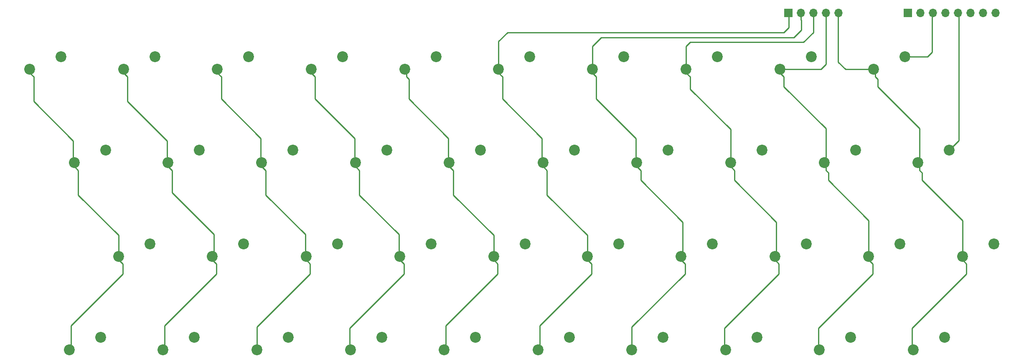
<source format=gbr>
%TF.GenerationSoftware,KiCad,Pcbnew,6.0.6-3a73a75311~116~ubuntu20.04.1*%
%TF.CreationDate,2022-07-11T16:37:52-07:00*%
%TF.ProjectId,zx81-kbd,7a783831-2d6b-4626-942e-6b696361645f,rev?*%
%TF.SameCoordinates,Original*%
%TF.FileFunction,Copper,L2,Bot*%
%TF.FilePolarity,Positive*%
%FSLAX46Y46*%
G04 Gerber Fmt 4.6, Leading zero omitted, Abs format (unit mm)*
G04 Created by KiCad (PCBNEW 6.0.6-3a73a75311~116~ubuntu20.04.1) date 2022-07-11 16:37:52*
%MOMM*%
%LPD*%
G01*
G04 APERTURE LIST*
%TA.AperFunction,ComponentPad*%
%ADD10C,2.200000*%
%TD*%
%TA.AperFunction,ComponentPad*%
%ADD11R,1.700000X1.700000*%
%TD*%
%TA.AperFunction,ComponentPad*%
%ADD12O,1.700000X1.700000*%
%TD*%
%TA.AperFunction,Conductor*%
%ADD13C,0.250000*%
%TD*%
G04 APERTURE END LIST*
D10*
%TO.P,SW8,1,1*%
%TO.N,/KA12*%
X194540000Y-44920000D03*
%TO.P,SW8,2,2*%
%TO.N,/KD1*%
X188190000Y-47460000D03*
%TD*%
%TO.P,SW12,1,1*%
%TO.N,/KA10*%
X89540000Y-63920000D03*
%TO.P,SW12,2,2*%
%TO.N,/KD2*%
X83190000Y-66460000D03*
%TD*%
%TO.P,SW36,1,1*%
%TO.N,/KA15*%
X164540000Y-101920000D03*
%TO.P,SW36,2,2*%
%TO.N,/KD3*%
X158190000Y-104460000D03*
%TD*%
%TO.P,SW22,1,1*%
%TO.N,/KA9*%
X98540000Y-82920000D03*
%TO.P,SW22,2,2*%
%TO.N,/KD2*%
X92190000Y-85460000D03*
%TD*%
%TO.P,SW24,1,1*%
%TO.N,/KA9*%
X136540000Y-82920000D03*
%TO.P,SW24,2,2*%
%TO.N,/KD4*%
X130190000Y-85460000D03*
%TD*%
%TO.P,SW18,1,1*%
%TO.N,/KA13*%
X203540000Y-63920000D03*
%TO.P,SW18,2,2*%
%TO.N,/KD1*%
X197190000Y-66460000D03*
%TD*%
%TO.P,SW31,1,1*%
%TO.N,/KA8*%
X69540000Y-101920000D03*
%TO.P,SW31,2,2*%
%TO.N,/KD1*%
X63190000Y-104460000D03*
%TD*%
%TO.P,SW26,1,1*%
%TO.N,/KA14*%
X174540000Y-82920000D03*
%TO.P,SW26,2,2*%
%TO.N,/KD3*%
X168190000Y-85460000D03*
%TD*%
%TO.P,SW28,1,1*%
%TO.N,/KA14*%
X212540000Y-82920000D03*
%TO.P,SW28,2,2*%
%TO.N,/KD1*%
X206190000Y-85460000D03*
%TD*%
D11*
%TO.P,J2,1,Pin_1*%
%TO.N,/KA11*%
X214125000Y-36000000D03*
D12*
%TO.P,J2,2,Pin_2*%
%TO.N,/KA10*%
X216665000Y-36000000D03*
%TO.P,J2,3,Pin_3*%
%TO.N,/KA12*%
X219205000Y-36000000D03*
%TO.P,J2,4,Pin_4*%
%TO.N,/KA9*%
X221745000Y-36000000D03*
%TO.P,J2,5,Pin_5*%
%TO.N,/KA13*%
X224285000Y-36000000D03*
%TO.P,J2,6,Pin_6*%
%TO.N,/KA8*%
X226825000Y-36000000D03*
%TO.P,J2,7,Pin_7*%
%TO.N,/KA14*%
X229365000Y-36000000D03*
%TO.P,J2,8,Pin_8*%
%TO.N,/KA15*%
X231905000Y-36000000D03*
%TD*%
D10*
%TO.P,SW11,1,1*%
%TO.N,/KA10*%
X70540000Y-63920000D03*
%TO.P,SW11,2,2*%
%TO.N,/KD1*%
X64190000Y-66460000D03*
%TD*%
%TO.P,SW25,1,1*%
%TO.N,/KA14*%
X155540000Y-82920000D03*
%TO.P,SW25,2,2*%
%TO.N,/KD4*%
X149190000Y-85460000D03*
%TD*%
%TO.P,SW30,1,1*%
%TO.N,/KA8*%
X50540000Y-101920000D03*
%TO.P,SW30,2,2*%
%TO.N,/KD0*%
X44190000Y-104460000D03*
%TD*%
%TO.P,SW38,1,1*%
%TO.N,/KA15*%
X202540000Y-101920000D03*
%TO.P,SW38,2,2*%
%TO.N,/KD1*%
X196190000Y-104460000D03*
%TD*%
%TO.P,SW4,1,1*%
%TO.N,/KA11*%
X118540000Y-44920000D03*
%TO.P,SW4,2,2*%
%TO.N,/KD4*%
X112190000Y-47460000D03*
%TD*%
D11*
%TO.P,J1,1,Pin_1*%
%TO.N,/KD4*%
X189925000Y-36000000D03*
D12*
%TO.P,J1,2,Pin_2*%
%TO.N,/KD3*%
X192465000Y-36000000D03*
%TO.P,J1,3,Pin_3*%
%TO.N,/KD2*%
X195005000Y-36000000D03*
%TO.P,J1,4,Pin_4*%
%TO.N,/KD1*%
X197545000Y-36000000D03*
%TO.P,J1,5,Pin_5*%
%TO.N,/KD0*%
X200085000Y-36000000D03*
%TD*%
D10*
%TO.P,SW15,1,1*%
%TO.N,/KA13*%
X146540000Y-63920000D03*
%TO.P,SW15,2,2*%
%TO.N,/KD4*%
X140190000Y-66460000D03*
%TD*%
%TO.P,SW14,1,1*%
%TO.N,/KA10*%
X127540000Y-63920000D03*
%TO.P,SW14,2,2*%
%TO.N,/KD4*%
X121190000Y-66460000D03*
%TD*%
%TO.P,SW1,1,1*%
%TO.N,/KA11*%
X61540000Y-44920000D03*
%TO.P,SW1,2,2*%
%TO.N,/KD1*%
X55190000Y-47460000D03*
%TD*%
%TO.P,SW13,1,1*%
%TO.N,/KA10*%
X108540000Y-63920000D03*
%TO.P,SW13,2,2*%
%TO.N,/KD3*%
X102190000Y-66460000D03*
%TD*%
%TO.P,SW32,1,1*%
%TO.N,/KA8*%
X88540000Y-101920000D03*
%TO.P,SW32,2,2*%
%TO.N,/KD2*%
X82190000Y-104460000D03*
%TD*%
%TO.P,SW33,1,1*%
%TO.N,/KA8*%
X107540000Y-101920000D03*
%TO.P,SW33,2,2*%
%TO.N,/KD3*%
X101190000Y-104460000D03*
%TD*%
%TO.P,SW17,1,1*%
%TO.N,/KA13*%
X184540000Y-63920000D03*
%TO.P,SW17,2,2*%
%TO.N,/KD2*%
X178190000Y-66460000D03*
%TD*%
%TO.P,SW0,1,1*%
%TO.N,/KA11*%
X42540000Y-44920000D03*
%TO.P,SW0,2,2*%
%TO.N,/KD0*%
X36190000Y-47460000D03*
%TD*%
%TO.P,SW39,1,1*%
%TO.N,/KA15*%
X221540000Y-101920000D03*
%TO.P,SW39,2,2*%
%TO.N,/KD0*%
X215190000Y-104460000D03*
%TD*%
%TO.P,SW21,1,1*%
%TO.N,/KA9*%
X79540000Y-82920000D03*
%TO.P,SW21,2,2*%
%TO.N,/KD1*%
X73190000Y-85460000D03*
%TD*%
%TO.P,SW29,1,1*%
%TO.N,/KA14*%
X231540000Y-82920000D03*
%TO.P,SW29,2,2*%
%TO.N,/KD0*%
X225190000Y-85460000D03*
%TD*%
%TO.P,SW23,1,1*%
%TO.N,/KA9*%
X117540000Y-82920000D03*
%TO.P,SW23,2,2*%
%TO.N,/KD3*%
X111190000Y-85460000D03*
%TD*%
%TO.P,SW34,1,1*%
%TO.N,/KA8*%
X126540000Y-101920000D03*
%TO.P,SW34,2,2*%
%TO.N,/KD4*%
X120190000Y-104460000D03*
%TD*%
%TO.P,SW19,1,1*%
%TO.N,/KA13*%
X222540000Y-63920000D03*
%TO.P,SW19,2,2*%
%TO.N,/KD0*%
X216190000Y-66460000D03*
%TD*%
%TO.P,SW2,1,1*%
%TO.N,/KA11*%
X80540000Y-44920000D03*
%TO.P,SW2,2,2*%
%TO.N,/KD2*%
X74190000Y-47460000D03*
%TD*%
%TO.P,SW5,1,1*%
%TO.N,/KA12*%
X137540000Y-44920000D03*
%TO.P,SW5,2,2*%
%TO.N,/KD4*%
X131190000Y-47460000D03*
%TD*%
%TO.P,SW6,1,1*%
%TO.N,/KA12*%
X156540000Y-44920000D03*
%TO.P,SW6,2,2*%
%TO.N,/KD3*%
X150190000Y-47460000D03*
%TD*%
%TO.P,SW37,1,1*%
%TO.N,/KA15*%
X183540000Y-101920000D03*
%TO.P,SW37,2,2*%
%TO.N,/KD2*%
X177190000Y-104460000D03*
%TD*%
%TO.P,SW16,1,1*%
%TO.N,/KA13*%
X165540000Y-63920000D03*
%TO.P,SW16,2,2*%
%TO.N,/KD3*%
X159190000Y-66460000D03*
%TD*%
%TO.P,SW27,1,1*%
%TO.N,/KA14*%
X193540000Y-82920000D03*
%TO.P,SW27,2,2*%
%TO.N,/KD2*%
X187190000Y-85460000D03*
%TD*%
%TO.P,SW20,1,1*%
%TO.N,/KA9*%
X60540000Y-82920000D03*
%TO.P,SW20,2,2*%
%TO.N,/KD0*%
X54190000Y-85460000D03*
%TD*%
%TO.P,SW3,1,1*%
%TO.N,/KA11*%
X99540000Y-44920000D03*
%TO.P,SW3,2,2*%
%TO.N,/KD3*%
X93190000Y-47460000D03*
%TD*%
%TO.P,SW35,1,1*%
%TO.N,/KA15*%
X145540000Y-101920000D03*
%TO.P,SW35,2,2*%
%TO.N,/KD4*%
X139190000Y-104460000D03*
%TD*%
%TO.P,SW7,1,1*%
%TO.N,/KA12*%
X175540000Y-44920000D03*
%TO.P,SW7,2,2*%
%TO.N,/KD2*%
X169190000Y-47460000D03*
%TD*%
%TO.P,SW9,1,1*%
%TO.N,/KA12*%
X213540000Y-44920000D03*
%TO.P,SW9,2,2*%
%TO.N,/KD0*%
X207190000Y-47460000D03*
%TD*%
%TO.P,SW10,1,1*%
%TO.N,/KA10*%
X51540000Y-63920000D03*
%TO.P,SW10,2,2*%
%TO.N,/KD0*%
X45190000Y-66460000D03*
%TD*%
D13*
%TO.N,/KD0*%
X216500000Y-68000000D02*
X216500000Y-66770000D01*
X216500000Y-66770000D02*
X216190000Y-66460000D01*
%TO.N,/KD1*%
X198000000Y-68500000D02*
X198000000Y-70000000D01*
%TO.N,/KD4*%
X149190000Y-86190000D02*
X150000000Y-87000000D01*
X140000000Y-61500000D02*
X140000000Y-66270000D01*
X130190000Y-85460000D02*
X130190000Y-86190000D01*
X112500000Y-49000000D02*
X112500000Y-47770000D01*
X189000000Y-40000000D02*
X190000000Y-39000000D01*
X121000000Y-61500000D02*
X113000000Y-53500000D01*
X120500000Y-104150000D02*
X120190000Y-104460000D01*
X113000000Y-49500000D02*
X112500000Y-49000000D01*
X130190000Y-86190000D02*
X131000000Y-87000000D01*
X131000000Y-87000000D02*
X131000000Y-89000000D01*
X141000000Y-73000000D02*
X149190000Y-81190000D01*
X132000000Y-49000000D02*
X132000000Y-53500000D01*
X112500000Y-47770000D02*
X112190000Y-47460000D01*
X150000000Y-89000000D02*
X139500000Y-99500000D01*
X121190000Y-67190000D02*
X122000000Y-68000000D01*
X131190000Y-47460000D02*
X131190000Y-41810000D01*
X140190000Y-67190000D02*
X141000000Y-68000000D01*
X121000000Y-66270000D02*
X121000000Y-61500000D01*
X140000000Y-66270000D02*
X140190000Y-66460000D01*
X139500000Y-104150000D02*
X139190000Y-104460000D01*
X113000000Y-53500000D02*
X113000000Y-49500000D01*
X131190000Y-41810000D02*
X133000000Y-40000000D01*
X122000000Y-73000000D02*
X130190000Y-81190000D01*
X121190000Y-66460000D02*
X121000000Y-66270000D01*
X149190000Y-85460000D02*
X149190000Y-86190000D01*
X120500000Y-99500000D02*
X120500000Y-104150000D01*
X140190000Y-66460000D02*
X140190000Y-67190000D01*
X190000000Y-36075000D02*
X189925000Y-36000000D01*
X131190000Y-47460000D02*
X131190000Y-48190000D01*
X141000000Y-68000000D02*
X141000000Y-73000000D01*
X131000000Y-89000000D02*
X120500000Y-99500000D01*
X130190000Y-81190000D02*
X130190000Y-85460000D01*
X149190000Y-81190000D02*
X149190000Y-85460000D01*
X131190000Y-48190000D02*
X132000000Y-49000000D01*
X133000000Y-40000000D02*
X189000000Y-40000000D01*
X122000000Y-68000000D02*
X122000000Y-73000000D01*
X139500000Y-99500000D02*
X139500000Y-104150000D01*
X190000000Y-39000000D02*
X190000000Y-36075000D01*
X121190000Y-66460000D02*
X121190000Y-67190000D01*
X132000000Y-53500000D02*
X140000000Y-61500000D01*
X150000000Y-87000000D02*
X150000000Y-89000000D01*
%TO.N,/KD3*%
X169000000Y-89000000D02*
X158190000Y-99810000D01*
X102190000Y-67190000D02*
X103000000Y-68000000D01*
X160000000Y-70000000D02*
X168500000Y-78500000D01*
X103000000Y-73000000D02*
X111000000Y-81000000D01*
X93190000Y-48190000D02*
X94000000Y-49000000D01*
X168500000Y-85150000D02*
X168190000Y-85460000D01*
X150190000Y-42810000D02*
X152000000Y-41000000D01*
X151000000Y-49000000D02*
X151000000Y-53500000D01*
X93190000Y-47460000D02*
X93190000Y-48190000D01*
X94000000Y-53500000D02*
X102000000Y-61500000D01*
X102190000Y-66460000D02*
X102190000Y-67190000D01*
X168500000Y-78500000D02*
X168500000Y-85150000D01*
X159190000Y-67190000D02*
X160000000Y-68000000D01*
X192465000Y-37465000D02*
X192465000Y-36000000D01*
X102000000Y-66270000D02*
X102190000Y-66460000D01*
X192500000Y-39500000D02*
X192500000Y-37500000D01*
X159000000Y-66270000D02*
X159190000Y-66460000D01*
X111000000Y-81000000D02*
X111000000Y-85270000D01*
X101000000Y-100000000D02*
X101000000Y-104270000D01*
X160000000Y-68000000D02*
X160000000Y-70000000D01*
X191000000Y-41000000D02*
X192500000Y-39500000D01*
X168190000Y-86190000D02*
X169000000Y-87000000D01*
X168190000Y-85460000D02*
X168190000Y-86190000D01*
X152000000Y-41000000D02*
X191000000Y-41000000D01*
X150190000Y-47460000D02*
X150190000Y-42810000D01*
X158190000Y-99810000D02*
X158190000Y-104460000D01*
X192500000Y-37500000D02*
X192465000Y-37465000D01*
X169000000Y-87000000D02*
X169000000Y-89000000D01*
X101000000Y-104270000D02*
X101190000Y-104460000D01*
X151000000Y-53500000D02*
X159000000Y-61500000D01*
X159190000Y-66460000D02*
X159190000Y-67190000D01*
X112000000Y-87000000D02*
X112000000Y-89000000D01*
X111190000Y-85460000D02*
X111190000Y-86190000D01*
X103000000Y-68000000D02*
X103000000Y-73000000D01*
X94000000Y-49000000D02*
X94000000Y-53500000D01*
X150190000Y-47460000D02*
X150190000Y-48190000D01*
X102000000Y-61500000D02*
X102000000Y-66270000D01*
X159000000Y-61500000D02*
X159000000Y-66270000D01*
X111000000Y-85270000D02*
X111190000Y-85460000D01*
X111190000Y-86190000D02*
X112000000Y-87000000D01*
X150190000Y-48190000D02*
X151000000Y-49000000D01*
X112000000Y-89000000D02*
X101000000Y-100000000D01*
%TO.N,/KD2*%
X74190000Y-47460000D02*
X74190000Y-48190000D01*
X92190000Y-85460000D02*
X92190000Y-86190000D01*
X169190000Y-47460000D02*
X169190000Y-48190000D01*
X169190000Y-42810000D02*
X170000000Y-42000000D01*
X178190000Y-59690000D02*
X178190000Y-66460000D01*
X169190000Y-47460000D02*
X169190000Y-42810000D01*
X178190000Y-66460000D02*
X178190000Y-67190000D01*
X195005000Y-39995000D02*
X195005000Y-36000000D01*
X83190000Y-67190000D02*
X84000000Y-68000000D01*
X93000000Y-87000000D02*
X93000000Y-89000000D01*
X187190000Y-86190000D02*
X188000000Y-87000000D01*
X92000000Y-81000000D02*
X92000000Y-85270000D01*
X92190000Y-86190000D02*
X93000000Y-87000000D01*
X178190000Y-67190000D02*
X179000000Y-68000000D01*
X187500000Y-78500000D02*
X187500000Y-85150000D01*
X84000000Y-73000000D02*
X92000000Y-81000000D01*
X187190000Y-85460000D02*
X187190000Y-86190000D01*
X179000000Y-70000000D02*
X187500000Y-78500000D01*
X179000000Y-68000000D02*
X179000000Y-70000000D01*
X188000000Y-89000000D02*
X177000000Y-100000000D01*
X82190000Y-99810000D02*
X82190000Y-104460000D01*
X177000000Y-104270000D02*
X177190000Y-104460000D01*
X83000000Y-61500000D02*
X83000000Y-66270000D01*
X177000000Y-100000000D02*
X177000000Y-104270000D01*
X84000000Y-68000000D02*
X84000000Y-73000000D01*
X169190000Y-48190000D02*
X170000000Y-49000000D01*
X193000000Y-42000000D02*
X195005000Y-39995000D01*
X170000000Y-51500000D02*
X178190000Y-59690000D01*
X188000000Y-87000000D02*
X188000000Y-89000000D01*
X83000000Y-66270000D02*
X83190000Y-66460000D01*
X75000000Y-49000000D02*
X75000000Y-53500000D01*
X187500000Y-85150000D02*
X187190000Y-85460000D01*
X93000000Y-89000000D02*
X82190000Y-99810000D01*
X170000000Y-42000000D02*
X193000000Y-42000000D01*
X83190000Y-66460000D02*
X83190000Y-67190000D01*
X92000000Y-85270000D02*
X92190000Y-85460000D01*
X75000000Y-53500000D02*
X83000000Y-61500000D01*
X170000000Y-49000000D02*
X170000000Y-51500000D01*
X74190000Y-48190000D02*
X75000000Y-49000000D01*
%TO.N,/KD1*%
X73190000Y-86190000D02*
X74000000Y-87000000D01*
X74000000Y-89000000D02*
X63500000Y-99500000D01*
X188190000Y-47460000D02*
X196540000Y-47460000D01*
X207000000Y-89000000D02*
X196000000Y-100000000D01*
X206190000Y-85460000D02*
X206190000Y-78190000D01*
X73500000Y-85150000D02*
X73190000Y-85460000D01*
X197500000Y-68000000D02*
X197500000Y-66770000D01*
X207000000Y-87000000D02*
X207000000Y-89000000D01*
X206190000Y-86190000D02*
X207000000Y-87000000D01*
X198000000Y-68500000D02*
X197500000Y-68000000D01*
X197500000Y-66150000D02*
X197190000Y-66460000D01*
X65000000Y-68000000D02*
X65000000Y-72500000D01*
X64000000Y-62000000D02*
X64000000Y-66270000D01*
X73190000Y-85460000D02*
X73190000Y-86190000D01*
X63500000Y-99500000D02*
X63500000Y-104150000D01*
X197500000Y-66770000D02*
X197190000Y-66460000D01*
X56000000Y-49000000D02*
X56000000Y-54000000D01*
X196000000Y-100000000D02*
X196000000Y-104270000D01*
X56000000Y-54000000D02*
X64000000Y-62000000D01*
X64000000Y-66270000D02*
X64190000Y-66460000D01*
X74000000Y-87000000D02*
X74000000Y-89000000D01*
X64190000Y-67190000D02*
X65000000Y-68000000D01*
X206190000Y-85460000D02*
X206190000Y-86190000D01*
X64190000Y-66460000D02*
X64190000Y-67190000D01*
X196540000Y-47460000D02*
X197545000Y-46455000D01*
X73500000Y-81000000D02*
X73500000Y-85150000D01*
X197545000Y-46455000D02*
X197545000Y-36000000D01*
X188190000Y-48190000D02*
X189000000Y-49000000D01*
X189000000Y-49000000D02*
X189000000Y-51000000D01*
X55190000Y-47460000D02*
X55190000Y-48190000D01*
X197500000Y-59500000D02*
X197500000Y-66150000D01*
X55190000Y-48190000D02*
X56000000Y-49000000D01*
X65000000Y-72500000D02*
X73500000Y-81000000D01*
X188190000Y-47460000D02*
X188190000Y-48190000D01*
X196000000Y-104270000D02*
X196190000Y-104460000D01*
X206190000Y-78190000D02*
X198000000Y-70000000D01*
X63500000Y-104150000D02*
X63190000Y-104460000D01*
X189000000Y-51000000D02*
X197500000Y-59500000D01*
%TO.N,/KD0*%
X215000000Y-100000000D02*
X215000000Y-104270000D01*
X55000000Y-89000000D02*
X44500000Y-99500000D01*
X45000000Y-62000000D02*
X45000000Y-66270000D01*
X200000000Y-36085000D02*
X200085000Y-36000000D01*
X54190000Y-86190000D02*
X55000000Y-87000000D01*
X217000000Y-70000000D02*
X217000000Y-68500000D01*
X55000000Y-87000000D02*
X55000000Y-89000000D01*
X207190000Y-47460000D02*
X207150000Y-47500000D01*
X44500000Y-99500000D02*
X44500000Y-104150000D01*
X46000000Y-73000000D02*
X54190000Y-81190000D01*
X36190000Y-48190000D02*
X37000000Y-49000000D01*
X45190000Y-67190000D02*
X46000000Y-68000000D01*
X225190000Y-78190000D02*
X217000000Y-70000000D01*
X37000000Y-49000000D02*
X37000000Y-54000000D01*
X216500000Y-59500000D02*
X208000000Y-51000000D01*
X54190000Y-81190000D02*
X54190000Y-85460000D01*
X54190000Y-85460000D02*
X54190000Y-86190000D01*
X45000000Y-66270000D02*
X45190000Y-66460000D01*
X46000000Y-68000000D02*
X46000000Y-73000000D01*
X226000000Y-89000000D02*
X215000000Y-100000000D01*
X226000000Y-87000000D02*
X226000000Y-89000000D01*
X200000000Y-46000000D02*
X200000000Y-36085000D01*
X225190000Y-86190000D02*
X226000000Y-87000000D01*
X207500000Y-49000000D02*
X207500000Y-47770000D01*
X216500000Y-66150000D02*
X216500000Y-59500000D01*
X36190000Y-47460000D02*
X36190000Y-48190000D01*
X208000000Y-49500000D02*
X207500000Y-49000000D01*
X225190000Y-85460000D02*
X225190000Y-86190000D01*
X225190000Y-85460000D02*
X225190000Y-78190000D01*
X207500000Y-47770000D02*
X207190000Y-47460000D01*
X208000000Y-51000000D02*
X208000000Y-49500000D01*
X216190000Y-66460000D02*
X216500000Y-66150000D01*
X217000000Y-68500000D02*
X216500000Y-68000000D01*
X207150000Y-47500000D02*
X201500000Y-47500000D01*
X215000000Y-104270000D02*
X215190000Y-104460000D01*
X37000000Y-54000000D02*
X45000000Y-62000000D01*
X45190000Y-66460000D02*
X45190000Y-67190000D01*
X201500000Y-47500000D02*
X200000000Y-46000000D01*
X44500000Y-104150000D02*
X44190000Y-104460000D01*
%TO.N,/KA12*%
X219000000Y-44000000D02*
X219000000Y-36205000D01*
X219000000Y-36205000D02*
X219205000Y-36000000D01*
X213540000Y-44920000D02*
X218080000Y-44920000D01*
X218080000Y-44920000D02*
X219000000Y-44000000D01*
%TO.N,/KA13*%
X222540000Y-63920000D02*
X224500000Y-61960000D01*
X224500000Y-61960000D02*
X224500000Y-36215000D01*
X224500000Y-36215000D02*
X224285000Y-36000000D01*
%TD*%
M02*

</source>
